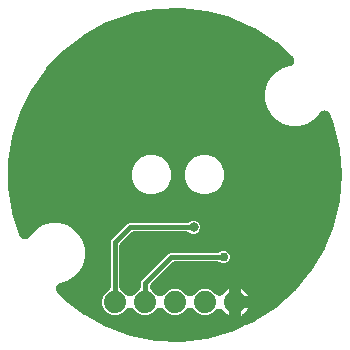
<source format=gbr>
G04 EAGLE Gerber RS-274X export*
G75*
%MOMM*%
%FSLAX34Y34*%
%LPD*%
%INBottom Copper*%
%IPPOS*%
%AMOC8*
5,1,8,0,0,1.08239X$1,22.5*%
G01*
%ADD10C,1.879600*%
%ADD11C,0.406400*%
%ADD12C,0.756400*%
%ADD13C,0.806400*%

G36*
X284792Y74535D02*
X284792Y74535D01*
X285067Y74542D01*
X285138Y74553D01*
X285207Y74556D01*
X305951Y76951D01*
X306012Y76962D01*
X306073Y76967D01*
X306307Y77015D01*
X306579Y77064D01*
X306647Y77085D01*
X306715Y77099D01*
X326851Y82633D01*
X326909Y82653D01*
X326969Y82667D01*
X327194Y82750D01*
X327453Y82840D01*
X327518Y82871D01*
X327583Y82896D01*
X336140Y86732D01*
X336345Y86840D01*
X336555Y86941D01*
X336627Y86988D01*
X336704Y87028D01*
X336894Y87161D01*
X337089Y87288D01*
X337155Y87344D01*
X337226Y87393D01*
X337398Y87549D01*
X337576Y87699D01*
X337635Y87763D01*
X337699Y87821D01*
X337850Y87996D01*
X338007Y88167D01*
X338058Y88238D01*
X338114Y88304D01*
X338242Y88497D01*
X338377Y88686D01*
X338418Y88763D01*
X338466Y88835D01*
X338569Y89044D01*
X338635Y89167D01*
X338882Y89093D01*
X338928Y89086D01*
X338972Y89074D01*
X339241Y89034D01*
X339511Y88989D01*
X339557Y88987D01*
X339602Y88980D01*
X339874Y88974D01*
X340148Y88964D01*
X340193Y88968D01*
X340239Y88967D01*
X340510Y88995D01*
X340782Y89018D01*
X340827Y89028D01*
X340873Y89033D01*
X341139Y89095D01*
X341405Y89152D01*
X341448Y89167D01*
X341493Y89178D01*
X341727Y89265D01*
X342007Y89363D01*
X342056Y89388D01*
X342107Y89407D01*
X346638Y91438D01*
X346692Y91467D01*
X346749Y91489D01*
X346958Y91606D01*
X347202Y91734D01*
X347261Y91776D01*
X347321Y91809D01*
X364849Y103160D01*
X364898Y103197D01*
X364951Y103228D01*
X365140Y103376D01*
X365361Y103539D01*
X365413Y103589D01*
X365467Y103632D01*
X381057Y117525D01*
X381100Y117569D01*
X381148Y117608D01*
X381312Y117783D01*
X381505Y117978D01*
X381549Y118035D01*
X381596Y118086D01*
X394883Y134196D01*
X394918Y134246D01*
X394959Y134292D01*
X395095Y134490D01*
X395256Y134712D01*
X395291Y134775D01*
X395330Y134832D01*
X406001Y152782D01*
X406029Y152836D01*
X406063Y152888D01*
X406166Y153104D01*
X406292Y153349D01*
X406316Y153416D01*
X406346Y153479D01*
X414152Y172847D01*
X414172Y172906D01*
X414197Y172962D01*
X414266Y173191D01*
X414353Y173452D01*
X414367Y173522D01*
X414387Y173589D01*
X419145Y193922D01*
X419155Y193982D01*
X419172Y194041D01*
X419205Y194278D01*
X419251Y194550D01*
X419254Y194622D01*
X419264Y194690D01*
X420862Y215511D01*
X420863Y215573D01*
X420870Y215634D01*
X420867Y215873D01*
X420871Y216148D01*
X420863Y216220D01*
X420862Y216289D01*
X419264Y237110D01*
X419255Y237171D01*
X419253Y237232D01*
X419213Y237469D01*
X419175Y237741D01*
X419157Y237810D01*
X419145Y237878D01*
X414387Y258211D01*
X414369Y258270D01*
X414358Y258331D01*
X414282Y258558D01*
X414203Y258821D01*
X414174Y258887D01*
X414152Y258953D01*
X410872Y267093D01*
X410765Y267317D01*
X410664Y267543D01*
X410628Y267604D01*
X410597Y267668D01*
X410463Y267876D01*
X410335Y268088D01*
X410291Y268144D01*
X410252Y268204D01*
X410093Y268394D01*
X409940Y268588D01*
X409889Y268638D01*
X409843Y268692D01*
X409662Y268860D01*
X409485Y269034D01*
X409428Y269078D01*
X409376Y269126D01*
X409176Y269270D01*
X408979Y269420D01*
X408917Y269456D01*
X408859Y269498D01*
X408642Y269615D01*
X408427Y269740D01*
X408362Y269768D01*
X408299Y269802D01*
X408068Y269892D01*
X407840Y269988D01*
X407772Y270007D01*
X407705Y270033D01*
X407465Y270093D01*
X407227Y270160D01*
X407157Y270171D01*
X407087Y270188D01*
X406842Y270218D01*
X406597Y270255D01*
X406526Y270257D01*
X406455Y270265D01*
X406207Y270264D01*
X405960Y270270D01*
X405889Y270262D01*
X405818Y270262D01*
X405573Y270230D01*
X405326Y270205D01*
X405257Y270189D01*
X405186Y270179D01*
X404947Y270117D01*
X404706Y270061D01*
X404639Y270036D01*
X404570Y270018D01*
X404340Y269926D01*
X404108Y269840D01*
X404045Y269808D01*
X403978Y269781D01*
X403762Y269661D01*
X403542Y269547D01*
X403484Y269506D01*
X403421Y269472D01*
X403221Y269325D01*
X403018Y269185D01*
X402965Y269137D01*
X402907Y269095D01*
X402727Y268925D01*
X402543Y268760D01*
X402497Y268706D01*
X402445Y268657D01*
X402287Y268466D01*
X402125Y268279D01*
X402086Y268221D01*
X402040Y268165D01*
X401895Y267934D01*
X401762Y267734D01*
X401326Y266979D01*
X396596Y262249D01*
X390804Y258905D01*
X384344Y257174D01*
X377656Y257174D01*
X371196Y258905D01*
X365404Y262249D01*
X360674Y266979D01*
X357330Y272771D01*
X355599Y279231D01*
X355599Y285919D01*
X357330Y292379D01*
X360674Y298171D01*
X365404Y302901D01*
X371196Y306245D01*
X376614Y307696D01*
X376649Y307708D01*
X376684Y307716D01*
X376951Y307810D01*
X377218Y307900D01*
X377251Y307916D01*
X377285Y307928D01*
X377537Y308054D01*
X377791Y308177D01*
X377822Y308197D01*
X377855Y308213D01*
X378089Y308370D01*
X378326Y308524D01*
X378354Y308547D01*
X378384Y308568D01*
X378598Y308753D01*
X378813Y308935D01*
X378837Y308962D01*
X378865Y308986D01*
X379053Y309196D01*
X379244Y309403D01*
X379265Y309433D01*
X379290Y309461D01*
X379450Y309692D01*
X379614Y309922D01*
X379631Y309955D01*
X379652Y309985D01*
X379781Y310235D01*
X379915Y310484D01*
X379928Y310518D01*
X379945Y310551D01*
X380043Y310815D01*
X380144Y311078D01*
X380153Y311114D01*
X380166Y311148D01*
X380229Y311423D01*
X380297Y311697D01*
X380301Y311733D01*
X380309Y311769D01*
X380338Y312049D01*
X380371Y312330D01*
X380371Y312366D01*
X380374Y312403D01*
X380368Y312685D01*
X380365Y312967D01*
X380360Y313003D01*
X380359Y313040D01*
X380318Y313320D01*
X380280Y313598D01*
X380270Y313633D01*
X380265Y313670D01*
X380188Y313943D01*
X380116Y314214D01*
X380102Y314248D01*
X380092Y314283D01*
X379982Y314544D01*
X379876Y314804D01*
X379859Y314836D01*
X379844Y314870D01*
X379703Y315114D01*
X379565Y315360D01*
X379543Y315390D01*
X379525Y315421D01*
X379354Y315645D01*
X379186Y315872D01*
X379161Y315899D01*
X379138Y315928D01*
X378962Y316107D01*
X378746Y316333D01*
X378710Y316363D01*
X378678Y316395D01*
X365467Y328168D01*
X365419Y328206D01*
X365375Y328249D01*
X365182Y328392D01*
X364966Y328562D01*
X364904Y328598D01*
X364849Y328640D01*
X347321Y339991D01*
X347268Y340021D01*
X347217Y340056D01*
X347005Y340168D01*
X346765Y340303D01*
X346699Y340330D01*
X346638Y340362D01*
X327583Y348904D01*
X327525Y348926D01*
X327470Y348953D01*
X327244Y349032D01*
X326986Y349128D01*
X326916Y349145D01*
X326851Y349167D01*
X306715Y354701D01*
X306655Y354713D01*
X306596Y354732D01*
X306360Y354775D01*
X306091Y354831D01*
X306020Y354836D01*
X305951Y354849D01*
X285207Y357244D01*
X285145Y357247D01*
X285085Y357256D01*
X284845Y357263D01*
X284571Y357277D01*
X284499Y357272D01*
X284430Y357273D01*
X263563Y356474D01*
X263502Y356467D01*
X263440Y356467D01*
X263203Y356437D01*
X262929Y356409D01*
X262859Y356393D01*
X262790Y356384D01*
X242290Y352409D01*
X242231Y352393D01*
X242170Y352384D01*
X241939Y352317D01*
X241673Y352248D01*
X241607Y352222D01*
X241540Y352203D01*
X221887Y345144D01*
X221831Y345120D01*
X221772Y345101D01*
X221555Y345001D01*
X221302Y344891D01*
X221240Y344855D01*
X221177Y344826D01*
X202832Y334850D01*
X202780Y334817D01*
X202725Y334790D01*
X202526Y334658D01*
X202292Y334511D01*
X202237Y334466D01*
X202179Y334427D01*
X185572Y321768D01*
X185525Y321728D01*
X185475Y321692D01*
X185298Y321531D01*
X185090Y321351D01*
X185042Y321297D01*
X184991Y321250D01*
X170511Y306204D01*
X170471Y306157D01*
X170427Y306115D01*
X170277Y305928D01*
X170099Y305718D01*
X170059Y305658D01*
X170016Y305604D01*
X158002Y288524D01*
X157970Y288472D01*
X157933Y288423D01*
X157813Y288216D01*
X157669Y287981D01*
X157639Y287915D01*
X157605Y287856D01*
X148339Y269142D01*
X148315Y269085D01*
X148286Y269031D01*
X148199Y268808D01*
X148092Y268554D01*
X148073Y268485D01*
X148048Y268420D01*
X141747Y248511D01*
X141733Y248452D01*
X141712Y248394D01*
X141660Y248160D01*
X141594Y247893D01*
X141585Y247822D01*
X141570Y247754D01*
X138382Y227116D01*
X138377Y227055D01*
X138365Y226995D01*
X138350Y226756D01*
X138325Y226482D01*
X138327Y226410D01*
X138323Y226341D01*
X138323Y205459D01*
X138327Y205398D01*
X138324Y205336D01*
X138346Y205097D01*
X138363Y204823D01*
X138376Y204753D01*
X138382Y204683D01*
X141570Y184046D01*
X141583Y183986D01*
X141590Y183925D01*
X141648Y183692D01*
X141707Y183424D01*
X141731Y183356D01*
X141747Y183289D01*
X147613Y164754D01*
X147657Y164639D01*
X147693Y164521D01*
X147772Y164343D01*
X147843Y164160D01*
X147902Y164051D01*
X147952Y163939D01*
X148053Y163772D01*
X148145Y163599D01*
X148217Y163499D01*
X148281Y163393D01*
X148402Y163240D01*
X148516Y163081D01*
X148599Y162990D01*
X148676Y162894D01*
X148816Y162756D01*
X148948Y162613D01*
X149043Y162533D01*
X149131Y162447D01*
X149286Y162329D01*
X149436Y162203D01*
X149539Y162136D01*
X149637Y162061D01*
X149806Y161963D01*
X149971Y161857D01*
X150082Y161803D01*
X150189Y161741D01*
X150369Y161665D01*
X150545Y161581D01*
X150662Y161542D01*
X150776Y161493D01*
X150964Y161440D01*
X151149Y161378D01*
X151270Y161354D01*
X151389Y161321D01*
X151582Y161292D01*
X151774Y161254D01*
X151897Y161245D01*
X152019Y161226D01*
X152214Y161222D01*
X152409Y161208D01*
X152533Y161214D01*
X152656Y161212D01*
X152850Y161231D01*
X153046Y161242D01*
X153167Y161264D01*
X153290Y161277D01*
X153480Y161321D01*
X153672Y161356D01*
X153790Y161393D01*
X153910Y161420D01*
X154093Y161488D01*
X154280Y161547D01*
X154393Y161598D01*
X154508Y161641D01*
X154681Y161731D01*
X154859Y161812D01*
X154964Y161878D01*
X155074Y161934D01*
X155235Y162046D01*
X155401Y162149D01*
X155496Y162226D01*
X155598Y162296D01*
X155744Y162427D01*
X155895Y162550D01*
X155981Y162639D01*
X156073Y162721D01*
X156201Y162869D01*
X156336Y163010D01*
X156410Y163109D01*
X156491Y163202D01*
X156595Y163359D01*
X156716Y163522D01*
X156782Y163640D01*
X156854Y163747D01*
X157474Y164821D01*
X162204Y169551D01*
X167996Y172895D01*
X174456Y174626D01*
X181144Y174626D01*
X187604Y172895D01*
X193396Y169551D01*
X198126Y164821D01*
X201470Y159029D01*
X203201Y152569D01*
X203201Y145881D01*
X201470Y139421D01*
X198126Y133629D01*
X193396Y128899D01*
X187604Y125555D01*
X182359Y124150D01*
X182206Y124098D01*
X182051Y124057D01*
X181905Y123997D01*
X181755Y123947D01*
X181610Y123877D01*
X181461Y123816D01*
X181323Y123738D01*
X181181Y123669D01*
X181046Y123582D01*
X180906Y123503D01*
X180780Y123409D01*
X180647Y123323D01*
X180524Y123219D01*
X180395Y123123D01*
X180281Y123014D01*
X180160Y122912D01*
X180051Y122793D01*
X179935Y122682D01*
X179835Y122559D01*
X179728Y122443D01*
X179635Y122312D01*
X179534Y122187D01*
X179451Y122053D01*
X179359Y121924D01*
X179283Y121782D01*
X179198Y121645D01*
X179132Y121502D01*
X179057Y121363D01*
X178999Y121213D01*
X178932Y121066D01*
X178885Y120915D01*
X178828Y120768D01*
X178790Y120612D01*
X178742Y120458D01*
X178713Y120303D01*
X178676Y120149D01*
X178657Y119990D01*
X178628Y119831D01*
X178620Y119674D01*
X178601Y119517D01*
X178603Y119356D01*
X178594Y119195D01*
X178606Y119037D01*
X178607Y118880D01*
X178629Y118720D01*
X178640Y118560D01*
X178671Y118405D01*
X178693Y118248D01*
X178734Y118092D01*
X178766Y117935D01*
X178816Y117785D01*
X178856Y117632D01*
X178917Y117483D01*
X178968Y117331D01*
X179037Y117188D01*
X179096Y117042D01*
X179175Y116902D01*
X179245Y116757D01*
X179330Y116624D01*
X179408Y116486D01*
X179503Y116357D01*
X179591Y116222D01*
X179690Y116105D01*
X179786Y115974D01*
X179907Y115847D01*
X180014Y115721D01*
X184991Y110550D01*
X185037Y110508D01*
X185077Y110462D01*
X185258Y110305D01*
X185461Y110119D01*
X185519Y110078D01*
X185572Y110032D01*
X202179Y97373D01*
X202230Y97339D01*
X202278Y97300D01*
X202481Y97172D01*
X202709Y97019D01*
X202773Y96987D01*
X202832Y96950D01*
X221177Y86974D01*
X221233Y86948D01*
X221286Y86917D01*
X221506Y86821D01*
X221755Y86705D01*
X221823Y86684D01*
X221887Y86656D01*
X241540Y79597D01*
X241599Y79580D01*
X241656Y79557D01*
X241888Y79497D01*
X242152Y79420D01*
X242223Y79409D01*
X242290Y79391D01*
X262790Y75416D01*
X262851Y75408D01*
X262911Y75394D01*
X263149Y75369D01*
X263422Y75334D01*
X263494Y75333D01*
X263563Y75326D01*
X284430Y74527D01*
X284491Y74528D01*
X284553Y74523D01*
X284792Y74535D01*
G37*
%LPC*%
G36*
X226427Y97027D02*
X226427Y97027D01*
X222413Y98690D01*
X219340Y101763D01*
X217677Y105777D01*
X217677Y110123D01*
X219340Y114137D01*
X222491Y117288D01*
X222575Y117343D01*
X222675Y117398D01*
X222841Y117518D01*
X223012Y117631D01*
X223099Y117705D01*
X223192Y117771D01*
X223341Y117911D01*
X223497Y118044D01*
X223574Y118128D01*
X223657Y118206D01*
X223788Y118364D01*
X223926Y118515D01*
X223992Y118608D01*
X224065Y118696D01*
X224175Y118868D01*
X224293Y119036D01*
X224346Y119137D01*
X224408Y119233D01*
X224495Y119418D01*
X224591Y119599D01*
X224632Y119706D01*
X224681Y119809D01*
X224745Y120003D01*
X224817Y120195D01*
X224844Y120306D01*
X224880Y120414D01*
X224919Y120615D01*
X224967Y120814D01*
X224979Y120927D01*
X225001Y121039D01*
X225014Y121236D01*
X225037Y121447D01*
X225035Y121573D01*
X225043Y121693D01*
X225043Y159457D01*
X225585Y160765D01*
X239285Y174465D01*
X240593Y175007D01*
X288869Y175007D01*
X288942Y175011D01*
X289015Y175009D01*
X289260Y175031D01*
X289505Y175047D01*
X289577Y175060D01*
X289650Y175067D01*
X289890Y175120D01*
X290131Y175166D01*
X290201Y175189D01*
X290272Y175204D01*
X290503Y175287D01*
X290737Y175363D01*
X290803Y175394D01*
X290872Y175418D01*
X291091Y175529D01*
X291314Y175634D01*
X291376Y175673D01*
X291441Y175706D01*
X291644Y175843D01*
X291852Y175975D01*
X291908Y176021D01*
X291969Y176062D01*
X292040Y176125D01*
X294170Y177007D01*
X296380Y177007D01*
X298423Y176161D01*
X299986Y174598D01*
X300832Y172555D01*
X300832Y170345D01*
X299986Y168302D01*
X298423Y166739D01*
X296380Y165893D01*
X294170Y165893D01*
X292043Y166774D01*
X291983Y166827D01*
X291923Y166868D01*
X291867Y166915D01*
X291659Y167047D01*
X291456Y167185D01*
X291391Y167218D01*
X291330Y167258D01*
X291108Y167363D01*
X290889Y167475D01*
X290820Y167499D01*
X290754Y167531D01*
X290520Y167607D01*
X290289Y167691D01*
X290218Y167707D01*
X290149Y167730D01*
X289907Y167776D01*
X289668Y167830D01*
X289595Y167837D01*
X289523Y167851D01*
X289292Y167866D01*
X289033Y167891D01*
X288950Y167888D01*
X288869Y167893D01*
X244877Y167893D01*
X244804Y167889D01*
X244731Y167891D01*
X244486Y167869D01*
X244241Y167853D01*
X244170Y167840D01*
X244097Y167833D01*
X243857Y167780D01*
X243615Y167734D01*
X243546Y167711D01*
X243475Y167696D01*
X243244Y167613D01*
X243009Y167537D01*
X242943Y167506D01*
X242875Y167482D01*
X242656Y167371D01*
X242433Y167266D01*
X242371Y167227D01*
X242306Y167194D01*
X242102Y167057D01*
X241895Y166925D01*
X241838Y166879D01*
X241778Y166838D01*
X241604Y166685D01*
X241403Y166520D01*
X241346Y166459D01*
X241286Y166406D01*
X233644Y158764D01*
X233596Y158710D01*
X233543Y158660D01*
X233385Y158471D01*
X233223Y158287D01*
X233182Y158226D01*
X233135Y158170D01*
X233003Y157963D01*
X232865Y157760D01*
X232832Y157695D01*
X232792Y157633D01*
X232687Y157411D01*
X232575Y157192D01*
X232551Y157123D01*
X232519Y157057D01*
X232443Y156824D01*
X232359Y156593D01*
X232343Y156522D01*
X232320Y156452D01*
X232274Y156211D01*
X232220Y155971D01*
X232213Y155898D01*
X232199Y155827D01*
X232184Y155595D01*
X232159Y155337D01*
X232162Y155253D01*
X232157Y155173D01*
X232157Y121693D01*
X232164Y121579D01*
X232162Y121465D01*
X232184Y121262D01*
X232197Y121057D01*
X232218Y120945D01*
X232230Y120832D01*
X232278Y120633D01*
X232316Y120432D01*
X232351Y120323D01*
X232377Y120212D01*
X232449Y120020D01*
X232513Y119825D01*
X232561Y119722D01*
X232601Y119616D01*
X232696Y119434D01*
X232784Y119249D01*
X232845Y119153D01*
X232898Y119052D01*
X233015Y118884D01*
X233125Y118711D01*
X233197Y118623D01*
X233263Y118529D01*
X233400Y118377D01*
X233530Y118219D01*
X233614Y118141D01*
X233690Y118057D01*
X233845Y117923D01*
X233994Y117783D01*
X234087Y117716D01*
X234173Y117641D01*
X234344Y117528D01*
X234509Y117408D01*
X234609Y117353D01*
X234704Y117290D01*
X234710Y117287D01*
X237708Y114289D01*
X237825Y114186D01*
X237934Y114076D01*
X238063Y113976D01*
X238186Y113867D01*
X238314Y113780D01*
X238437Y113685D01*
X238578Y113601D01*
X238713Y113509D01*
X238851Y113439D01*
X238984Y113360D01*
X239135Y113294D01*
X239281Y113220D01*
X239426Y113167D01*
X239569Y113105D01*
X239726Y113059D01*
X239880Y113003D01*
X240031Y112970D01*
X240180Y112926D01*
X240342Y112900D01*
X240502Y112864D01*
X240656Y112849D01*
X240809Y112825D01*
X240973Y112819D01*
X241136Y112804D01*
X241291Y112808D01*
X241446Y112803D01*
X241609Y112818D01*
X241773Y112823D01*
X241926Y112847D01*
X242080Y112861D01*
X242240Y112897D01*
X242402Y112922D01*
X242551Y112965D01*
X242702Y112998D01*
X242857Y113053D01*
X243014Y113099D01*
X243157Y113160D01*
X243303Y113212D01*
X243449Y113286D01*
X243599Y113351D01*
X243733Y113430D01*
X243871Y113500D01*
X244007Y113591D01*
X244148Y113675D01*
X244271Y113770D01*
X244399Y113856D01*
X244519Y113961D01*
X244652Y114064D01*
X244772Y114184D01*
X244892Y114289D01*
X247891Y117288D01*
X247975Y117343D01*
X248075Y117398D01*
X248241Y117518D01*
X248412Y117631D01*
X248499Y117705D01*
X248592Y117771D01*
X248741Y117911D01*
X248897Y118044D01*
X248974Y118128D01*
X249057Y118206D01*
X249188Y118364D01*
X249326Y118515D01*
X249392Y118608D01*
X249465Y118696D01*
X249575Y118868D01*
X249693Y119036D01*
X249746Y119137D01*
X249808Y119233D01*
X249895Y119418D01*
X249991Y119599D01*
X250032Y119706D01*
X250081Y119809D01*
X250145Y120003D01*
X250217Y120195D01*
X250244Y120306D01*
X250280Y120414D01*
X250319Y120615D01*
X250367Y120814D01*
X250379Y120927D01*
X250401Y121039D01*
X250414Y121236D01*
X250437Y121447D01*
X250435Y121573D01*
X250443Y121693D01*
X250443Y124532D01*
X250985Y125840D01*
X274210Y149065D01*
X275518Y149607D01*
X314623Y149607D01*
X314696Y149611D01*
X314769Y149609D01*
X315014Y149631D01*
X315259Y149647D01*
X315330Y149660D01*
X315403Y149667D01*
X315643Y149720D01*
X315885Y149766D01*
X315954Y149789D01*
X316025Y149804D01*
X316256Y149887D01*
X316491Y149963D01*
X316557Y149994D01*
X316626Y150018D01*
X316845Y150129D01*
X317067Y150234D01*
X317129Y150273D01*
X317194Y150306D01*
X317373Y150426D01*
X319619Y151357D01*
X321731Y151357D01*
X323681Y150549D01*
X325174Y149056D01*
X325982Y147106D01*
X325982Y144994D01*
X325174Y143044D01*
X323681Y141551D01*
X321731Y140743D01*
X319619Y140743D01*
X317375Y141673D01*
X317210Y141785D01*
X317145Y141818D01*
X317083Y141858D01*
X316861Y141963D01*
X316642Y142075D01*
X316574Y142099D01*
X316508Y142131D01*
X316274Y142207D01*
X316043Y142291D01*
X315972Y142307D01*
X315902Y142330D01*
X315661Y142376D01*
X315421Y142430D01*
X315348Y142437D01*
X315277Y142451D01*
X315046Y142466D01*
X314787Y142491D01*
X314703Y142488D01*
X314623Y142493D01*
X279802Y142493D01*
X279729Y142489D01*
X279656Y142491D01*
X279411Y142469D01*
X279166Y142453D01*
X279095Y142440D01*
X279022Y142433D01*
X278781Y142380D01*
X278540Y142334D01*
X278471Y142312D01*
X278400Y142296D01*
X278168Y142213D01*
X277934Y142137D01*
X277868Y142106D01*
X277800Y142082D01*
X277581Y141971D01*
X277358Y141866D01*
X277296Y141827D01*
X277231Y141794D01*
X277027Y141657D01*
X276820Y141525D01*
X276763Y141479D01*
X276703Y141438D01*
X276529Y141285D01*
X276328Y141120D01*
X276271Y141059D01*
X276211Y141006D01*
X259893Y124688D01*
X259790Y124571D01*
X259680Y124462D01*
X259580Y124333D01*
X259471Y124210D01*
X259384Y124082D01*
X259289Y123959D01*
X259205Y123818D01*
X259113Y123683D01*
X259043Y123545D01*
X258963Y123412D01*
X258898Y123261D01*
X258824Y123115D01*
X258771Y122970D01*
X258709Y122827D01*
X258663Y122670D01*
X258607Y122516D01*
X258574Y122365D01*
X258530Y122216D01*
X258504Y122054D01*
X258468Y121894D01*
X258453Y121740D01*
X258429Y121587D01*
X258423Y121423D01*
X258408Y121260D01*
X258412Y121105D01*
X258407Y120950D01*
X258422Y120787D01*
X258427Y120623D01*
X258451Y120470D01*
X258465Y120316D01*
X258500Y120156D01*
X258526Y119994D01*
X258569Y119845D01*
X258602Y119694D01*
X258657Y119540D01*
X258703Y119382D01*
X258764Y119239D01*
X258816Y119093D01*
X258890Y118947D01*
X258955Y118797D01*
X259034Y118663D01*
X259104Y118525D01*
X259195Y118389D01*
X259279Y118248D01*
X259374Y118125D01*
X259460Y117997D01*
X259565Y117877D01*
X259668Y117744D01*
X259788Y117624D01*
X259893Y117504D01*
X263108Y114289D01*
X263225Y114186D01*
X263334Y114076D01*
X263463Y113976D01*
X263586Y113867D01*
X263714Y113780D01*
X263837Y113685D01*
X263978Y113601D01*
X264113Y113509D01*
X264251Y113439D01*
X264384Y113360D01*
X264534Y113294D01*
X264681Y113220D01*
X264827Y113167D01*
X264969Y113105D01*
X265126Y113059D01*
X265280Y113003D01*
X265431Y112970D01*
X265580Y112926D01*
X265742Y112900D01*
X265902Y112864D01*
X266056Y112849D01*
X266209Y112825D01*
X266373Y112819D01*
X266536Y112804D01*
X266691Y112808D01*
X266846Y112803D01*
X267009Y112818D01*
X267173Y112823D01*
X267326Y112847D01*
X267480Y112861D01*
X267640Y112897D01*
X267802Y112922D01*
X267951Y112965D01*
X268102Y112998D01*
X268256Y113053D01*
X268414Y113099D01*
X268557Y113160D01*
X268703Y113212D01*
X268849Y113286D01*
X268999Y113351D01*
X269133Y113430D01*
X269271Y113500D01*
X269407Y113591D01*
X269548Y113675D01*
X269671Y113770D01*
X269799Y113856D01*
X269919Y113961D01*
X270052Y114064D01*
X270172Y114184D01*
X270292Y114289D01*
X273213Y117210D01*
X277227Y118873D01*
X281573Y118873D01*
X285587Y117210D01*
X288508Y114289D01*
X288625Y114186D01*
X288734Y114076D01*
X288863Y113976D01*
X288986Y113867D01*
X289114Y113780D01*
X289237Y113685D01*
X289378Y113601D01*
X289513Y113509D01*
X289651Y113439D01*
X289784Y113360D01*
X289935Y113294D01*
X290081Y113220D01*
X290226Y113167D01*
X290369Y113105D01*
X290526Y113059D01*
X290680Y113003D01*
X290831Y112970D01*
X290980Y112926D01*
X291142Y112900D01*
X291302Y112864D01*
X291456Y112849D01*
X291609Y112825D01*
X291773Y112819D01*
X291936Y112804D01*
X292091Y112808D01*
X292246Y112803D01*
X292409Y112818D01*
X292573Y112823D01*
X292726Y112847D01*
X292880Y112861D01*
X293040Y112897D01*
X293202Y112922D01*
X293351Y112965D01*
X293502Y112998D01*
X293657Y113053D01*
X293814Y113099D01*
X293957Y113160D01*
X294103Y113212D01*
X294249Y113286D01*
X294399Y113351D01*
X294533Y113430D01*
X294671Y113500D01*
X294807Y113591D01*
X294948Y113675D01*
X295071Y113770D01*
X295199Y113856D01*
X295319Y113961D01*
X295452Y114064D01*
X295572Y114184D01*
X295692Y114289D01*
X298613Y117210D01*
X302627Y118873D01*
X306973Y118873D01*
X310987Y117210D01*
X313268Y114929D01*
X313395Y114817D01*
X313515Y114698D01*
X313634Y114606D01*
X313746Y114507D01*
X313886Y114412D01*
X314019Y114310D01*
X314149Y114234D01*
X314273Y114149D01*
X314424Y114072D01*
X314569Y113987D01*
X314707Y113928D01*
X314841Y113860D01*
X314999Y113802D01*
X315154Y113736D01*
X315299Y113694D01*
X315440Y113643D01*
X315605Y113606D01*
X315767Y113560D01*
X315915Y113537D01*
X316062Y113504D01*
X316230Y113488D01*
X316396Y113462D01*
X316547Y113458D01*
X316696Y113444D01*
X316864Y113449D01*
X317033Y113444D01*
X317183Y113458D01*
X317333Y113463D01*
X317499Y113489D01*
X317667Y113505D01*
X317814Y113539D01*
X317962Y113562D01*
X318124Y113609D01*
X318289Y113646D01*
X318430Y113697D01*
X318574Y113739D01*
X318729Y113806D01*
X318888Y113863D01*
X319021Y113932D01*
X319159Y113991D01*
X319305Y114077D01*
X319455Y114154D01*
X319579Y114238D01*
X319708Y114315D01*
X319842Y114418D01*
X319981Y114513D01*
X320094Y114613D01*
X320212Y114704D01*
X320332Y114823D01*
X320458Y114935D01*
X320554Y115045D01*
X320664Y115154D01*
X320777Y115299D01*
X320890Y115428D01*
X321205Y115839D01*
X322311Y116945D01*
X323553Y117898D01*
X324908Y118681D01*
X325121Y118768D01*
X325121Y107950D01*
X325121Y97132D01*
X324908Y97219D01*
X323553Y98002D01*
X322311Y98955D01*
X321205Y100061D01*
X320890Y100472D01*
X320779Y100599D01*
X320676Y100732D01*
X320570Y100839D01*
X320471Y100952D01*
X320345Y101064D01*
X320226Y101184D01*
X320108Y101276D01*
X319995Y101376D01*
X319856Y101472D01*
X319723Y101575D01*
X319594Y101652D01*
X319470Y101737D01*
X319321Y101814D01*
X319176Y101901D01*
X319038Y101961D01*
X318904Y102030D01*
X318746Y102088D01*
X318591Y102155D01*
X318447Y102197D01*
X318306Y102249D01*
X318142Y102287D01*
X317980Y102334D01*
X317832Y102358D01*
X317685Y102392D01*
X317517Y102409D01*
X317351Y102435D01*
X317201Y102440D01*
X317051Y102456D01*
X316883Y102451D01*
X316714Y102457D01*
X316565Y102443D01*
X316414Y102440D01*
X316248Y102414D01*
X316080Y102399D01*
X315933Y102366D01*
X315784Y102344D01*
X315622Y102298D01*
X315458Y102262D01*
X315316Y102211D01*
X315171Y102170D01*
X315016Y102104D01*
X314857Y102048D01*
X314723Y101980D01*
X314585Y101921D01*
X314439Y101836D01*
X314289Y101760D01*
X314164Y101676D01*
X314034Y101601D01*
X313901Y101498D01*
X313761Y101404D01*
X313651Y101307D01*
X313528Y101214D01*
X313398Y101085D01*
X313268Y100971D01*
X310987Y98690D01*
X306973Y97027D01*
X302627Y97027D01*
X298613Y98690D01*
X295692Y101611D01*
X295575Y101714D01*
X295466Y101824D01*
X295337Y101924D01*
X295214Y102033D01*
X295086Y102120D01*
X294963Y102215D01*
X294822Y102299D01*
X294687Y102391D01*
X294549Y102461D01*
X294416Y102541D01*
X294265Y102606D01*
X294119Y102680D01*
X293973Y102733D01*
X293831Y102795D01*
X293674Y102841D01*
X293520Y102897D01*
X293369Y102930D01*
X293220Y102974D01*
X293058Y103000D01*
X292898Y103036D01*
X292744Y103051D01*
X292591Y103075D01*
X292427Y103081D01*
X292264Y103096D01*
X292109Y103092D01*
X291954Y103097D01*
X291791Y103082D01*
X291627Y103077D01*
X291474Y103053D01*
X291320Y103039D01*
X291160Y103003D01*
X290998Y102978D01*
X290849Y102935D01*
X290698Y102902D01*
X290543Y102847D01*
X290386Y102801D01*
X290243Y102740D01*
X290097Y102688D01*
X289951Y102614D01*
X289801Y102549D01*
X289667Y102470D01*
X289529Y102400D01*
X289393Y102309D01*
X289252Y102225D01*
X289129Y102130D01*
X289001Y102044D01*
X288881Y101939D01*
X288748Y101836D01*
X288628Y101717D01*
X288508Y101611D01*
X285587Y98690D01*
X281573Y97027D01*
X277227Y97027D01*
X273213Y98690D01*
X270292Y101611D01*
X270175Y101714D01*
X270066Y101824D01*
X269937Y101924D01*
X269814Y102033D01*
X269686Y102120D01*
X269563Y102215D01*
X269422Y102299D01*
X269287Y102391D01*
X269149Y102461D01*
X269016Y102541D01*
X268865Y102606D01*
X268719Y102680D01*
X268573Y102733D01*
X268431Y102795D01*
X268274Y102841D01*
X268120Y102897D01*
X267969Y102930D01*
X267820Y102974D01*
X267658Y103000D01*
X267498Y103036D01*
X267344Y103051D01*
X267191Y103075D01*
X267027Y103081D01*
X266864Y103096D01*
X266709Y103092D01*
X266554Y103097D01*
X266391Y103082D01*
X266227Y103077D01*
X266074Y103053D01*
X265920Y103039D01*
X265760Y103003D01*
X265598Y102978D01*
X265449Y102935D01*
X265298Y102902D01*
X265143Y102847D01*
X264986Y102801D01*
X264843Y102740D01*
X264697Y102688D01*
X264551Y102614D01*
X264401Y102549D01*
X264267Y102470D01*
X264129Y102400D01*
X263993Y102309D01*
X263852Y102225D01*
X263729Y102130D01*
X263601Y102044D01*
X263481Y101939D01*
X263348Y101836D01*
X263228Y101717D01*
X263108Y101611D01*
X260187Y98690D01*
X256173Y97027D01*
X251827Y97027D01*
X247813Y98690D01*
X244892Y101611D01*
X244775Y101714D01*
X244666Y101824D01*
X244537Y101924D01*
X244414Y102033D01*
X244286Y102120D01*
X244163Y102215D01*
X244022Y102299D01*
X243887Y102391D01*
X243749Y102461D01*
X243616Y102541D01*
X243465Y102606D01*
X243319Y102680D01*
X243173Y102733D01*
X243031Y102795D01*
X242874Y102841D01*
X242720Y102897D01*
X242569Y102930D01*
X242420Y102974D01*
X242258Y103000D01*
X242098Y103036D01*
X241944Y103051D01*
X241791Y103075D01*
X241627Y103081D01*
X241464Y103096D01*
X241309Y103092D01*
X241154Y103097D01*
X240991Y103082D01*
X240827Y103077D01*
X240674Y103053D01*
X240520Y103039D01*
X240360Y103003D01*
X240198Y102978D01*
X240049Y102935D01*
X239898Y102902D01*
X239743Y102847D01*
X239586Y102801D01*
X239443Y102740D01*
X239297Y102688D01*
X239151Y102614D01*
X239001Y102549D01*
X238867Y102470D01*
X238729Y102400D01*
X238593Y102309D01*
X238452Y102225D01*
X238329Y102130D01*
X238201Y102044D01*
X238081Y101939D01*
X237948Y101836D01*
X237828Y101717D01*
X237708Y101611D01*
X234787Y98690D01*
X230773Y97027D01*
X226427Y97027D01*
G37*
%LPD*%
%LPC*%
G36*
X301086Y199239D02*
X301086Y199239D01*
X294962Y201776D01*
X290276Y206462D01*
X287739Y212586D01*
X287739Y219214D01*
X290276Y225338D01*
X294962Y230024D01*
X301086Y232561D01*
X307714Y232561D01*
X313838Y230024D01*
X318524Y225338D01*
X321061Y219214D01*
X321061Y212586D01*
X318524Y206462D01*
X313838Y201776D01*
X307714Y199239D01*
X301086Y199239D01*
G37*
%LPD*%
%LPC*%
G36*
X256086Y199239D02*
X256086Y199239D01*
X249962Y201776D01*
X245276Y206462D01*
X242739Y212586D01*
X242739Y219214D01*
X245276Y225338D01*
X249962Y230024D01*
X256086Y232561D01*
X262714Y232561D01*
X268838Y230024D01*
X273524Y225338D01*
X276061Y219214D01*
X276061Y212586D01*
X273524Y206462D01*
X268838Y201776D01*
X262714Y199239D01*
X256086Y199239D01*
G37*
%LPD*%
%LPC*%
G36*
X335289Y96296D02*
X335289Y96296D01*
X335279Y96297D01*
X335279Y102871D01*
X341018Y102871D01*
X340931Y102658D01*
X340148Y101303D01*
X339195Y100061D01*
X338089Y98955D01*
X336937Y98071D01*
X336903Y98041D01*
X336865Y98015D01*
X336663Y97832D01*
X336457Y97652D01*
X336427Y97618D01*
X336393Y97588D01*
X336215Y97380D01*
X336033Y97177D01*
X336007Y97139D01*
X335977Y97104D01*
X335827Y96877D01*
X335672Y96652D01*
X335651Y96611D01*
X335626Y96573D01*
X335505Y96329D01*
X335460Y96241D01*
X335289Y96296D01*
G37*
%LPD*%
%LPC*%
G36*
X335279Y113029D02*
X335279Y113029D01*
X335279Y118768D01*
X335492Y118681D01*
X336847Y117898D01*
X338089Y116945D01*
X339195Y115839D01*
X340148Y114597D01*
X340931Y113242D01*
X341018Y113029D01*
X335279Y113029D01*
G37*
%LPD*%
D10*
X228600Y107950D03*
X254000Y107950D03*
X279400Y107950D03*
X304800Y107950D03*
X330200Y107950D03*
D11*
X254000Y107950D02*
X254000Y123825D01*
X276225Y146050D02*
X320675Y146050D01*
D12*
X320675Y146050D03*
D11*
X276225Y146050D02*
X254000Y123825D01*
D13*
X295275Y171450D03*
D11*
X241300Y171450D01*
X228600Y158750D01*
X228600Y107950D01*
D13*
X279400Y301625D03*
X279400Y180975D03*
M02*

</source>
